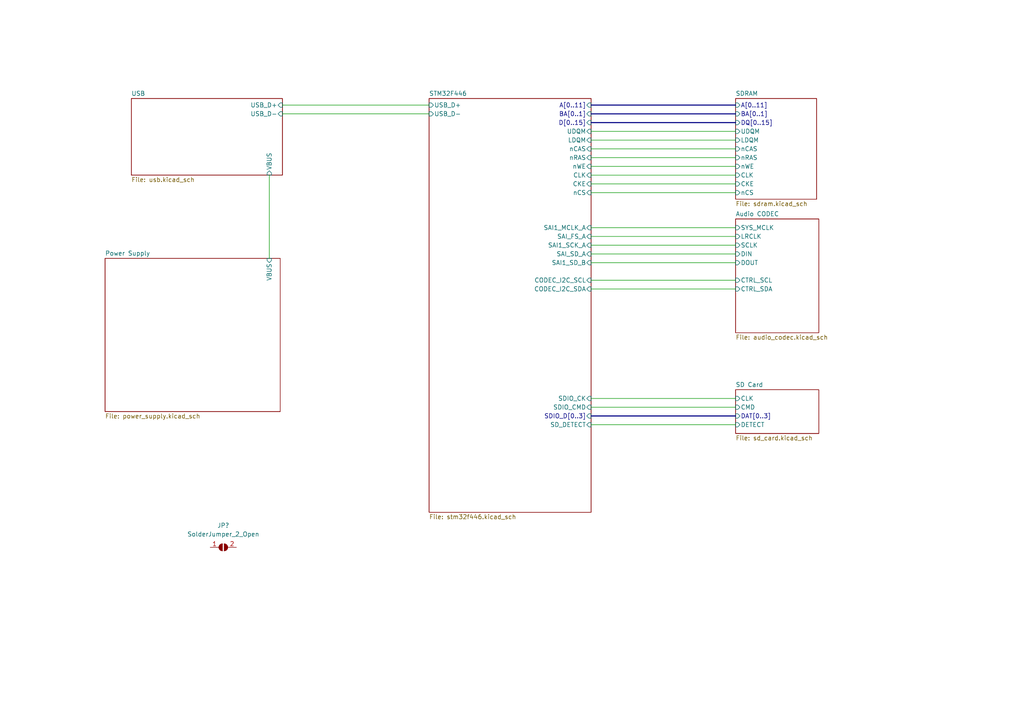
<source format=kicad_sch>
(kicad_sch (version 20211123) (generator eeschema)
  (paper "A4")
  (title_block (title "STM32F446 Memory demo") (date "2022-10-21") (rev "V1.0") (company "WITNS"))
  (lib_symbols
    (symbol "Jumper:SolderJumper_2_Open" (pin_names (offset 0) hide)
      (property "Reference" "JP" (at 0 2.032 0))
      (property "Value" "SolderJumper_2_Open" (at 0 -2.54 0))
      (symbol "SolderJumper_2_Open_0_1"
        (arc (start -0.254 1.016) (mid -1.27 0) (end -0.254 -1.016))
        (arc (start -0.254 1.016) (mid -1.27 0) (end -0.254 -1.016) (fill (type outline)))
        (polyline (pts (xy -0.254 1.016) (xy -0.254 -1.016)))
        (polyline (pts (xy 0.254 1.016) (xy 0.254 -1.016)))
        (arc (start 0.254 -1.016) (mid 1.27 0) (end 0.254 1.016))
        (arc (start 0.254 -1.016) (mid 1.27 0) (end 0.254 1.016) (fill (type outline)))
      )
      (symbol "SolderJumper_2_Open_1_1"
        (pin passive line (at -3.81 0 0) (length 2.54) (name "A") (number "1"))
        (pin passive line (at 3.81 0 180) (length 2.54) (name "B") (number "2"))
      )
    )
  )
  (wire (pts (xy 171.45 118.11) (xy 213.36 118.11)))
  (wire (pts (xy 171.45 55.88) (xy 213.36 55.88)))
  (wire (pts (xy 81.915 33.02) (xy 124.46 33.02)))
  (bus (pts (xy 171.45 35.56) (xy 213.36 35.56)))
  (wire (pts (xy 171.45 40.64) (xy 213.36 40.64)))
  (wire (pts (xy 171.45 43.18) (xy 213.36 43.18)))
  (wire (pts (xy 171.45 53.34) (xy 213.36 53.34)))
  (bus (pts (xy 171.45 30.48) (xy 213.36 30.48)))
  (bus (pts (xy 171.45 120.65) (xy 213.36 120.65)))
  (wire (pts (xy 171.45 68.58) (xy 213.36 68.58)))
  (wire (pts (xy 171.45 38.1) (xy 213.36 38.1)))
  (wire (pts (xy 171.45 73.66) (xy 213.36 73.66)))
  (wire (pts (xy 171.45 76.2) (xy 213.36 76.2)))
  (wire (pts (xy 171.45 123.19) (xy 213.36 123.19)))
  (wire (pts (xy 171.45 45.72) (xy 213.36 45.72)))
  (wire (pts (xy 171.45 71.12) (xy 213.36 71.12)))
  (wire (pts (xy 171.45 81.28) (xy 213.36 81.28)))
  (wire (pts (xy 171.45 66.04) (xy 213.36 66.04)))
  (wire (pts (xy 171.45 115.57) (xy 213.36 115.57)))
  (bus (pts (xy 171.45 33.02) (xy 213.36 33.02)))
  (wire (pts (xy 78.105 50.8) (xy 78.105 74.93)))
  (wire (pts (xy 81.915 30.48) (xy 124.46 30.48)))
  (wire (pts (xy 171.45 83.82) (xy 213.36 83.82)))
  (wire (pts (xy 171.45 48.26) (xy 213.36 48.26)))
  (wire (pts (xy 171.45 50.8) (xy 213.36 50.8)))
  (symbol (lib_id "Jumper:SolderJumper_2_Open") (at 64.77 158.75 0) (unit 1)
    (property "Reference" "JP?" (at 64.77 152.4 0))
    (property "Value" "SolderJumper_2_Open" (at 64.77 154.94 0))
  )
  (sheet (at 124.46 28.575) (size 46.99 120.015) (stroke (width 0.1524))
    (property "Sheet name" "STM32F446" (at 124.46 27.8634 0) (effects (justify left bottom)))
    (property "Sheet file" "stm32f446.kicad_sch" (at 124.46 149.1746 0) (effects (justify left top)))
    (pin "A[0..11]" input (at 171.45 30.48 0))
    (pin "BA[0..1]" input (at 171.45 33.02 0))
    (pin "D[0..15]" input (at 171.45 35.56 0))
    (pin "nWE" input (at 171.45 48.26 0))
    (pin "nCS" input (at 171.45 55.88 0))
    (pin "CKE" input (at 171.45 53.34 0))
    (pin "UDQM" input (at 171.45 38.1 0))
    (pin "LDQM" input (at 171.45 40.64 0))
    (pin "nRAS" input (at 171.45 45.72 0))
    (pin "nCAS" input (at 171.45 43.18 0))
    (pin "CLK" input (at 171.45 50.8 0))
    (pin "USB_D+" input (at 124.46 30.48 180))
    (pin "USB_D-" input (at 124.46 33.02 180))
    (pin "SDIO_CMD" input (at 171.45 118.11 0))
    (pin "SDIO_CK" input (at 171.45 115.57 0))
    (pin "SDIO_D[0..3]" input (at 171.45 120.65 0))
    (pin "SD_DETECT" input (at 171.45 123.19 0))
    (pin "SAI1_MCLK_A" input (at 171.45 66.04 0))
    (pin "SAI1_SD_B" input (at 171.45 76.2 0))
    (pin "SAI_FS_A" input (at 171.45 68.58 0))
    (pin "SAI1_SCK_A" input (at 171.45 71.12 0))
    (pin "SAI_SD_A" input (at 171.45 73.66 0))
    (pin "CODEC_I2C_SDA" input (at 171.45 83.82 0))
    (pin "CODEC_I2C_SCL" input (at 171.45 81.28 0))
  )
  (sheet (at 30.48 74.93) (size 50.8 44.45) (stroke (width 0.1524))
    (property "Sheet name" "Power Supply" (at 30.48 74.2184 0) (effects (justify left bottom)))
    (property "Sheet file" "power_supply.kicad_sch" (at 30.48 119.9646 0) (effects (justify left top)))
    (pin "VBUS" input (at 78.105 74.93 90))
  )
  (sheet (at 213.36 28.575) (size 23.495 29.21) (stroke (width 0.1524))
    (property "Sheet name" "SDRAM" (at 213.36 27.8634 0) (effects (justify left bottom)))
    (property "Sheet file" "sdram.kicad_sch" (at 213.36 58.3696 0) (effects (justify left top)))
    (pin "DQ[0..15]" input (at 213.36 35.56 180))
    (pin "A[0..11]" input (at 213.36 30.48 180))
    (pin "BA[0..1]" input (at 213.36 33.02 180))
    (pin "UDQM" input (at 213.36 38.1 180))
    (pin "LDQM" input (at 213.36 40.64 180))
    (pin "nCAS" input (at 213.36 43.18 180))
    (pin "nRAS" input (at 213.36 45.72 180))
    (pin "nWE" input (at 213.36 48.26 180))
    (pin "CLK" input (at 213.36 50.8 180))
    (pin "CKE" input (at 213.36 53.34 180))
    (pin "nCS" input (at 213.36 55.88 180))
  )
  (sheet (at 213.36 113.03) (size 24.13 12.7) (stroke (width 0.1524))
    (property "Sheet name" "SD Card" (at 213.36 112.3184 0) (effects (justify left bottom)))
    (property "Sheet file" "sd_card.kicad_sch" (at 213.36 126.3146 0) (effects (justify left top)))
    (pin "CMD" input (at 213.36 118.11 180))
    (pin "DAT[0..3]" input (at 213.36 120.65 180))
    (pin "CLK" input (at 213.36 115.57 180))
    (pin "DETECT" input (at 213.36 123.19 180))
  )
  (sheet (at 213.36 63.5) (size 24.13 33.02) (stroke (width 0.1524))
    (property "Sheet name" "Audio CODEC" (at 213.36 62.7884 0) (effects (justify left bottom)))
    (property "Sheet file" "audio_codec.kicad_sch" (at 213.36 97.1046 0) (effects (justify left top)))
    (pin "LRCLK" input (at 213.36 68.58 180))
    (pin "SCLK" input (at 213.36 71.12 180))
    (pin "DOUT" input (at 213.36 76.2 180))
    (pin "DIN" input (at 213.36 73.66 180))
    (pin "SYS_MCLK" input (at 213.36 66.04 180))
    (pin "CTRL_SCL" input (at 213.36 81.28 180))
    (pin "CTRL_SDA" input (at 213.36 83.82 180))
  )
  (sheet (at 38.1 28.575) (size 43.815 22.225) (stroke (width 0.1524))
    (property "Sheet name" "USB" (at 38.1 27.8634 0) (effects (justify left bottom)))
    (property "Sheet file" "usb.kicad_sch" (at 38.1 51.3846 0) (effects (justify left top)))
    (pin "USB_D-" input (at 81.915 33.02 0))
    (pin "USB_D+" input (at 81.915 30.48 0))
    (pin "VBUS" input (at 78.105 50.8 270))
  )
)
</source>
